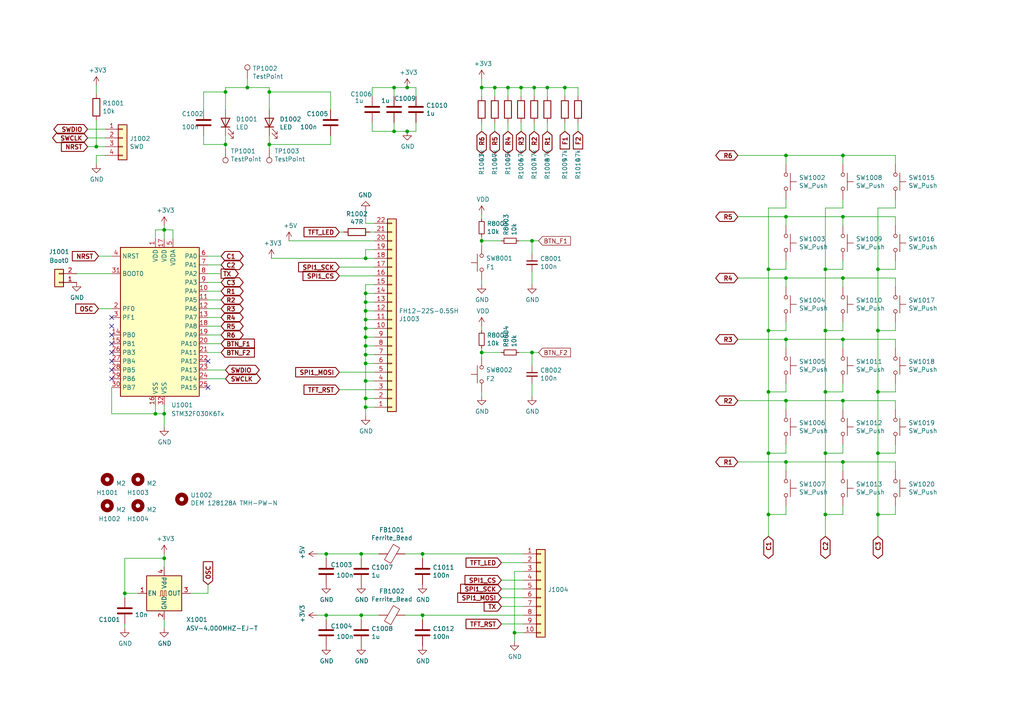
<source format=kicad_sch>
(kicad_sch (version 20211123) (generator eeschema)
  (paper "A4")
  (junction (at 158.75 25.4))
  (junction (at 94.615 160.655))
  (junction (at 47.625 66.675))
  (junction (at 244.475 133.985))
  (junction (at 47.625 120.015))
  (junction (at 65.405 41.91))
  (junction (at 244.475 80.645))
  (junction (at 222.885 131.445))
  (junction (at 239.395 113.665))
  (junction (at 106.045 92.71))
  (junction (at 118.11 25.4))
  (junction (at 106.045 102.87))
  (junction (at 104.775 160.655))
  (junction (at 94.615 178.435))
  (junction (at 254.635 78.105))
  (junction (at 27.94 42.545))
  (junction (at 254.635 95.885))
  (junction (at 106.045 110.49))
  (junction (at 106.045 87.63))
  (junction (at 239.395 78.105))
  (junction (at 151.13 25.4))
  (junction (at 227.965 80.645))
  (junction (at 163.83 25.4))
  (junction (at 227.965 116.205))
  (junction (at 227.965 98.425))
  (junction (at 106.045 95.25))
  (junction (at 149.225 183.515))
  (junction (at 239.395 95.885))
  (junction (at 222.885 149.225))
  (junction (at 254.635 113.665))
  (junction (at 65.405 26.67))
  (junction (at 244.475 62.865))
  (junction (at 78.105 41.91))
  (junction (at 122.555 178.435))
  (junction (at 114.3 38.1))
  (junction (at 139.7 69.85))
  (junction (at 254.635 149.225))
  (junction (at 143.51 25.4))
  (junction (at 122.555 160.655))
  (junction (at 147.32 25.4))
  (junction (at 78.105 26.67))
  (junction (at 244.475 45.085))
  (junction (at 118.11 38.1))
  (junction (at 47.625 161.925))
  (junction (at 104.775 178.435))
  (junction (at 45.085 120.015))
  (junction (at 106.045 105.41))
  (junction (at 139.7 25.4))
  (junction (at 227.965 133.985))
  (junction (at 254.635 131.445))
  (junction (at 222.885 78.105))
  (junction (at 36.195 172.085))
  (junction (at 154.305 69.85))
  (junction (at 154.94 25.4))
  (junction (at 139.7 102.235))
  (junction (at 106.045 97.79))
  (junction (at 227.965 45.085))
  (junction (at 106.045 85.09))
  (junction (at 106.045 118.11))
  (junction (at 106.045 90.17))
  (junction (at 244.475 116.205))
  (junction (at 239.395 149.225))
  (junction (at 244.475 98.425))
  (junction (at 114.3 25.4))
  (junction (at 239.395 131.445))
  (junction (at 106.045 74.93))
  (junction (at 227.965 62.865))
  (junction (at 106.045 115.57))
  (junction (at 222.885 95.885))
  (junction (at 222.885 113.665))
  (junction (at 71.755 25.4))
  (junction (at 106.045 100.33))
  (junction (at 154.305 102.235))
  (no_connect (at 60.325 104.775))
  (no_connect (at 32.385 107.315))
  (no_connect (at 32.385 94.615))
  (no_connect (at 60.325 112.395))
  (no_connect (at 32.385 102.235))
  (no_connect (at 32.385 99.695))
  (no_connect (at 32.385 104.775))
  (no_connect (at 32.385 109.855))
  (no_connect (at 32.385 92.075))
  (no_connect (at 32.385 97.155))
  (wire (pts (xy 60.325 74.295) (xy 64.135 74.295)))
  (wire (pts (xy 106.045 90.17) (xy 106.045 92.71)))
  (wire (pts (xy 94.615 160.655) (xy 92.075 160.655)))
  (wire (pts (xy 239.395 95.885) (xy 244.475 95.885)))
  (wire (pts (xy 107.95 38.1) (xy 114.3 38.1)))
  (wire (pts (xy 64.135 99.695) (xy 60.325 99.695)))
  (wire (pts (xy 60.325 92.075) (xy 64.135 92.075)))
  (wire (pts (xy 104.775 160.655) (xy 109.855 160.655)))
  (wire (pts (xy 108.585 87.63) (xy 106.045 87.63)))
  (wire (pts (xy 106.045 118.11) (xy 106.045 120.65)))
  (wire (pts (xy 222.885 78.105) (xy 227.965 78.105)))
  (wire (pts (xy 118.11 25.4) (xy 114.3 25.4)))
  (wire (pts (xy 154.305 102.235) (xy 154.305 106.045)))
  (wire (pts (xy 244.475 128.905) (xy 244.475 131.445)))
  (wire (pts (xy 244.475 133.985) (xy 227.965 133.985)))
  (wire (pts (xy 106.045 97.79) (xy 106.045 100.33)))
  (wire (pts (xy 147.32 25.4) (xy 143.51 25.4)))
  (wire (pts (xy 149.225 165.735) (xy 149.225 183.515)))
  (wire (pts (xy 244.475 118.745) (xy 244.475 116.205)))
  (wire (pts (xy 149.225 183.515) (xy 149.225 186.055)))
  (wire (pts (xy 106.045 100.33) (xy 106.045 102.87)))
  (wire (pts (xy 145.415 163.195) (xy 151.765 163.195)))
  (wire (pts (xy 158.75 25.4) (xy 154.94 25.4)))
  (wire (pts (xy 259.715 95.885) (xy 259.715 93.345)))
  (wire (pts (xy 259.715 78.105) (xy 259.715 75.565)))
  (wire (pts (xy 78.105 31.75) (xy 78.105 26.67)))
  (wire (pts (xy 222.885 60.325) (xy 222.885 78.105)))
  (wire (pts (xy 244.475 98.425) (xy 227.965 98.425)))
  (wire (pts (xy 151.765 183.515) (xy 149.225 183.515)))
  (wire (pts (xy 106.045 87.63) (xy 106.045 85.09)))
  (wire (pts (xy 244.475 111.125) (xy 244.475 113.665)))
  (wire (pts (xy 78.105 25.4) (xy 71.755 25.4)))
  (wire (pts (xy 154.305 111.125) (xy 154.305 114.935)))
  (wire (pts (xy 239.395 78.105) (xy 239.395 60.325)))
  (wire (pts (xy 244.475 83.185) (xy 244.475 80.645)))
  (wire (pts (xy 40.005 172.085) (xy 36.195 172.085)))
  (wire (pts (xy 118.11 38.1) (xy 120.65 38.1)))
  (wire (pts (xy 104.775 178.435) (xy 104.775 179.705)))
  (wire (pts (xy 154.305 69.85) (xy 154.305 73.66)))
  (wire (pts (xy 154.94 25.4) (xy 154.94 27.94)))
  (wire (pts (xy 239.395 131.445) (xy 239.395 113.665)))
  (wire (pts (xy 120.65 25.4) (xy 118.11 25.4)))
  (wire (pts (xy 106.045 85.09) (xy 108.585 85.09)))
  (wire (pts (xy 151.13 35.56) (xy 151.13 38.1)))
  (wire (pts (xy 83.82 69.85) (xy 108.585 69.85)))
  (wire (pts (xy 259.715 60.325) (xy 259.715 57.785)))
  (wire (pts (xy 222.885 95.885) (xy 227.965 95.885)))
  (wire (pts (xy 117.475 160.655) (xy 122.555 160.655)))
  (wire (pts (xy 163.83 35.56) (xy 163.83 38.1)))
  (wire (pts (xy 108.585 82.55) (xy 106.045 82.55)))
  (wire (pts (xy 139.7 94.615) (xy 139.7 95.885)))
  (wire (pts (xy 60.325 79.375) (xy 64.135 79.375)))
  (wire (pts (xy 106.045 115.57) (xy 108.585 115.57)))
  (wire (pts (xy 259.715 83.185) (xy 259.715 80.645)))
  (wire (pts (xy 95.885 26.67) (xy 78.105 26.67)))
  (wire (pts (xy 32.385 74.295) (xy 28.575 74.295)))
  (wire (pts (xy 222.885 149.225) (xy 227.965 149.225)))
  (wire (pts (xy 108.585 107.95) (xy 98.425 107.95)))
  (wire (pts (xy 32.385 112.395) (xy 32.385 120.015)))
  (wire (pts (xy 154.305 69.85) (xy 156.21 69.85)))
  (wire (pts (xy 259.715 100.965) (xy 259.715 98.425)))
  (wire (pts (xy 150.495 102.235) (xy 154.305 102.235)))
  (wire (pts (xy 45.085 120.015) (xy 47.625 120.015)))
  (wire (pts (xy 50.165 66.675) (xy 47.625 66.675)))
  (wire (pts (xy 143.51 35.56) (xy 143.51 38.1)))
  (wire (pts (xy 163.83 25.4) (xy 163.83 27.94)))
  (wire (pts (xy 227.965 83.185) (xy 227.965 80.645)))
  (wire (pts (xy 114.3 25.4) (xy 114.3 27.94)))
  (wire (pts (xy 59.055 26.67) (xy 65.405 26.67)))
  (wire (pts (xy 108.585 74.93) (xy 106.045 74.93)))
  (wire (pts (xy 36.195 172.085) (xy 36.195 173.355)))
  (wire (pts (xy 244.475 57.785) (xy 244.475 60.325)))
  (wire (pts (xy 244.475 93.345) (xy 244.475 95.885)))
  (wire (pts (xy 227.965 80.645) (xy 213.995 80.645)))
  (wire (pts (xy 108.585 110.49) (xy 106.045 110.49)))
  (wire (pts (xy 106.045 90.17) (xy 108.585 90.17)))
  (wire (pts (xy 139.7 113.665) (xy 139.7 114.935)))
  (wire (pts (xy 60.325 76.835) (xy 64.135 76.835)))
  (wire (pts (xy 259.715 116.205) (xy 244.475 116.205)))
  (wire (pts (xy 259.715 131.445) (xy 259.715 128.905)))
  (wire (pts (xy 254.635 131.445) (xy 259.715 131.445)))
  (wire (pts (xy 120.65 38.1) (xy 120.65 35.56)))
  (wire (pts (xy 143.51 25.4) (xy 143.51 27.94)))
  (wire (pts (xy 150.495 69.85) (xy 154.305 69.85)))
  (wire (pts (xy 259.715 118.745) (xy 259.715 116.205)))
  (wire (pts (xy 254.635 95.885) (xy 254.635 78.105)))
  (wire (pts (xy 47.625 161.925) (xy 36.195 161.925)))
  (wire (pts (xy 244.475 146.685) (xy 244.475 149.225)))
  (wire (pts (xy 139.7 69.85) (xy 139.7 71.12)))
  (wire (pts (xy 139.7 38.1) (xy 139.7 35.56)))
  (wire (pts (xy 65.405 43.18) (xy 65.405 41.91)))
  (wire (pts (xy 222.885 95.885) (xy 222.885 113.665)))
  (wire (pts (xy 227.965 100.965) (xy 227.965 98.425)))
  (wire (pts (xy 158.75 35.56) (xy 158.75 38.1)))
  (wire (pts (xy 254.635 149.225) (xy 254.635 155.575)))
  (wire (pts (xy 60.325 107.315) (xy 65.405 107.315)))
  (wire (pts (xy 106.045 102.87) (xy 106.045 105.41)))
  (wire (pts (xy 227.965 57.785) (xy 227.965 60.325)))
  (wire (pts (xy 106.045 82.55) (xy 106.045 85.09)))
  (wire (pts (xy 78.105 41.91) (xy 78.105 39.37)))
  (wire (pts (xy 106.045 95.25) (xy 106.045 97.79)))
  (wire (pts (xy 244.475 133.985) (xy 244.475 136.525)))
  (wire (pts (xy 27.94 34.925) (xy 27.94 42.545)))
  (wire (pts (xy 108.585 77.47) (xy 98.425 77.47)))
  (wire (pts (xy 27.94 45.085) (xy 27.94 47.625)))
  (wire (pts (xy 139.7 69.85) (xy 145.415 69.85)))
  (wire (pts (xy 60.325 81.915) (xy 64.135 81.915)))
  (wire (pts (xy 259.715 80.645) (xy 244.475 80.645)))
  (wire (pts (xy 47.625 120.015) (xy 47.625 123.825)))
  (wire (pts (xy 227.965 131.445) (xy 227.965 128.905)))
  (wire (pts (xy 259.715 62.865) (xy 244.475 62.865)))
  (wire (pts (xy 167.64 25.4) (xy 167.64 27.94)))
  (wire (pts (xy 50.165 69.215) (xy 50.165 66.675)))
  (wire (pts (xy 107.95 25.4) (xy 107.95 27.94)))
  (wire (pts (xy 94.615 178.435) (xy 104.775 178.435)))
  (wire (pts (xy 259.715 149.225) (xy 254.635 149.225)))
  (wire (pts (xy 106.045 60.96) (xy 106.045 64.77)))
  (wire (pts (xy 30.48 45.085) (xy 27.94 45.085)))
  (wire (pts (xy 55.245 172.085) (xy 60.325 172.085)))
  (wire (pts (xy 145.415 168.275) (xy 151.765 168.275)))
  (wire (pts (xy 227.965 149.225) (xy 227.965 146.685)))
  (wire (pts (xy 106.045 100.33) (xy 108.585 100.33)))
  (wire (pts (xy 45.085 66.675) (xy 47.625 66.675)))
  (wire (pts (xy 107.315 67.31) (xy 108.585 67.31)))
  (wire (pts (xy 59.055 41.91) (xy 65.405 41.91)))
  (wire (pts (xy 254.635 149.225) (xy 254.635 131.445)))
  (wire (pts (xy 244.475 75.565) (xy 244.475 78.105)))
  (wire (pts (xy 244.475 100.965) (xy 244.475 98.425)))
  (wire (pts (xy 95.885 41.91) (xy 78.105 41.91)))
  (wire (pts (xy 60.325 109.855) (xy 65.405 109.855)))
  (wire (pts (xy 36.195 161.925) (xy 36.195 172.085)))
  (wire (pts (xy 99.695 67.31) (xy 98.425 67.31)))
  (wire (pts (xy 259.715 113.665) (xy 259.715 111.125)))
  (wire (pts (xy 106.045 105.41) (xy 108.585 105.41)))
  (wire (pts (xy 60.325 89.535) (xy 64.135 89.535)))
  (wire (pts (xy 60.325 84.455) (xy 64.135 84.455)))
  (wire (pts (xy 108.585 72.39) (xy 106.045 72.39)))
  (wire (pts (xy 106.045 95.25) (xy 108.585 95.25)))
  (wire (pts (xy 244.475 47.625) (xy 244.475 45.085)))
  (wire (pts (xy 239.395 95.885) (xy 239.395 78.105)))
  (wire (pts (xy 59.055 39.37) (xy 59.055 41.91)))
  (wire (pts (xy 45.085 69.215) (xy 45.085 66.675)))
  (wire (pts (xy 239.395 60.325) (xy 244.475 60.325)))
  (wire (pts (xy 227.965 116.205) (xy 213.995 116.205)))
  (wire (pts (xy 254.635 95.885) (xy 259.715 95.885)))
  (wire (pts (xy 145.415 175.895) (xy 151.765 175.895)))
  (wire (pts (xy 145.415 180.975) (xy 151.765 180.975)))
  (wire (pts (xy 151.13 25.4) (xy 151.13 27.94)))
  (wire (pts (xy 47.625 66.675) (xy 47.625 69.215)))
  (wire (pts (xy 227.965 113.665) (xy 227.965 111.125)))
  (wire (pts (xy 78.74 74.93) (xy 106.045 74.93)))
  (wire (pts (xy 95.885 31.75) (xy 95.885 26.67)))
  (wire (pts (xy 147.32 38.1) (xy 147.32 35.56)))
  (wire (pts (xy 106.045 92.71) (xy 108.585 92.71)))
  (wire (pts (xy 78.105 43.18) (xy 78.105 41.91)))
  (wire (pts (xy 47.625 117.475) (xy 47.625 120.015)))
  (wire (pts (xy 222.885 113.665) (xy 222.885 131.445)))
  (wire (pts (xy 114.3 35.56) (xy 114.3 38.1)))
  (wire (pts (xy 139.7 27.94) (xy 139.7 25.4)))
  (wire (pts (xy 259.715 136.525) (xy 259.715 133.985)))
  (wire (pts (xy 47.625 65.405) (xy 47.625 66.675)))
  (wire (pts (xy 30.48 42.545) (xy 27.94 42.545)))
  (wire (pts (xy 47.625 161.925) (xy 47.625 164.465)))
  (wire (pts (xy 158.75 27.94) (xy 158.75 25.4)))
  (wire (pts (xy 30.48 37.465) (xy 25.4 37.465)))
  (wire (pts (xy 120.65 27.94) (xy 120.65 25.4)))
  (wire (pts (xy 143.51 25.4) (xy 139.7 25.4)))
  (wire (pts (xy 259.715 133.985) (xy 244.475 133.985)))
  (wire (pts (xy 114.3 38.1) (xy 118.11 38.1)))
  (wire (pts (xy 108.585 113.03) (xy 98.425 113.03)))
  (wire (pts (xy 259.715 146.685) (xy 259.715 149.225)))
  (wire (pts (xy 222.885 131.445) (xy 227.965 131.445)))
  (wire (pts (xy 60.325 97.155) (xy 64.135 97.155)))
  (wire (pts (xy 104.775 160.655) (xy 104.775 161.925)))
  (wire (pts (xy 122.555 160.655) (xy 151.765 160.655)))
  (wire (pts (xy 106.045 118.11) (xy 108.585 118.11)))
  (wire (pts (xy 30.48 40.005) (xy 25.4 40.005)))
  (wire (pts (xy 122.555 161.925) (xy 122.555 160.655)))
  (wire (pts (xy 104.775 178.435) (xy 109.855 178.435)))
  (wire (pts (xy 94.615 160.655) (xy 104.775 160.655)))
  (wire (pts (xy 95.885 39.37) (xy 95.885 41.91)))
  (wire (pts (xy 78.105 26.67) (xy 78.105 25.4)))
  (wire (pts (xy 154.305 78.74) (xy 154.305 82.55)))
  (wire (pts (xy 227.965 62.865) (xy 213.995 62.865)))
  (wire (pts (xy 244.475 149.225) (xy 239.395 149.225)))
  (wire (pts (xy 154.305 102.235) (xy 156.21 102.235)))
  (wire (pts (xy 222.885 131.445) (xy 222.885 149.225)))
  (wire (pts (xy 149.225 165.735) (xy 151.765 165.735)))
  (wire (pts (xy 222.885 60.325) (xy 227.965 60.325)))
  (wire (pts (xy 60.325 172.085) (xy 60.325 169.545)))
  (wire (pts (xy 94.615 161.925) (xy 94.615 160.655)))
  (wire (pts (xy 222.885 113.665) (xy 227.965 113.665)))
  (wire (pts (xy 145.415 170.815) (xy 151.765 170.815)))
  (wire (pts (xy 154.94 25.4) (xy 151.13 25.4)))
  (wire (pts (xy 145.415 173.355) (xy 151.765 173.355)))
  (wire (pts (xy 27.94 24.765) (xy 27.94 27.305)))
  (wire (pts (xy 106.045 102.87) (xy 108.585 102.87)))
  (wire (pts (xy 259.715 65.405) (xy 259.715 62.865)))
  (wire (pts (xy 259.715 98.425) (xy 244.475 98.425)))
  (wire (pts (xy 106.045 92.71) (xy 106.045 95.25)))
  (wire (pts (xy 254.635 78.105) (xy 259.715 78.105)))
  (wire (pts (xy 32.385 89.535) (xy 28.575 89.535)))
  (wire (pts (xy 22.225 79.375) (xy 32.385 79.375)))
  (wire (pts (xy 114.3 25.4) (xy 107.95 25.4)))
  (wire (pts (xy 139.7 68.58) (xy 139.7 69.85)))
  (wire (pts (xy 244.475 113.665) (xy 239.395 113.665)))
  (wire (pts (xy 254.635 113.665) (xy 259.715 113.665)))
  (wire (pts (xy 244.475 65.405) (xy 244.475 62.865)))
  (wire (pts (xy 227.965 93.345) (xy 227.965 95.885)))
  (wire (pts (xy 32.385 120.015) (xy 45.085 120.015)))
  (wire (pts (xy 60.325 86.995) (xy 64.135 86.995)))
  (wire (pts (xy 60.325 94.615) (xy 64.135 94.615)))
  (wire (pts (xy 254.635 60.325) (xy 259.715 60.325)))
  (wire (pts (xy 65.405 26.67) (xy 65.405 31.75)))
  (wire (pts (xy 158.75 25.4) (xy 163.83 25.4)))
  (wire (pts (xy 227.965 133.985) (xy 227.965 136.525)))
  (wire (pts (xy 244.475 78.105) (xy 239.395 78.105)))
  (wire (pts (xy 227.965 65.405) (xy 227.965 62.865)))
  (wire (pts (xy 227.965 118.745) (xy 227.965 116.205)))
  (wire (pts (xy 108.585 64.77) (xy 106.045 64.77)))
  (wire (pts (xy 239.395 113.665) (xy 239.395 95.885)))
  (wire (pts (xy 106.045 87.63) (xy 106.045 90.17)))
  (wire (pts (xy 45.085 117.475) (xy 45.085 120.015)))
  (wire (pts (xy 64.135 102.235) (xy 60.325 102.235)))
  (wire (pts (xy 244.475 131.445) (xy 239.395 131.445)))
  (wire (pts (xy 254.635 113.665) (xy 254.635 95.885)))
  (wire (pts (xy 94.615 178.435) (xy 92.075 178.435)))
  (wire (pts (xy 244.475 45.085) (xy 227.965 45.085)))
  (wire (pts (xy 259.715 47.625) (xy 259.715 45.085)))
  (wire (pts (xy 36.195 180.975) (xy 36.195 182.245)))
  (wire (pts (xy 222.885 78.105) (xy 222.885 95.885)))
  (wire (pts (xy 107.95 35.56) (xy 107.95 38.1)))
  (wire (pts (xy 65.405 41.91) (xy 65.405 39.37)))
  (wire (pts (xy 106.045 74.93) (xy 106.045 72.39)))
  (wire (pts (xy 213.995 133.985) (xy 227.965 133.985)))
  (wire (pts (xy 227.965 78.105) (xy 227.965 75.565)))
  (wire (pts (xy 65.405 25.4) (xy 65.405 26.67)))
  (wire (pts (xy 106.045 115.57) (xy 106.045 118.11)))
  (wire (pts (xy 163.83 25.4) (xy 167.64 25.4)))
  (wire (pts (xy 71.755 25.4) (xy 65.405 25.4)))
  (wire (pts (xy 47.625 160.655) (xy 47.625 161.925)))
  (wire (pts (xy 139.7 25.4) (xy 139.7 22.86)))
  (wire (pts (xy 139.7 81.28) (xy 139.7 82.55)))
  (wire (pts (xy 139.7 102.235) (xy 145.415 102.235)))
  (wire (pts (xy 239.395 149.225) (xy 239.395 155.575)))
  (wire (pts (xy 227.965 98.425) (xy 213.995 98.425)))
  (wire (pts (xy 259.715 45.085) (xy 244.475 45.085)))
  (wire (pts (xy 154.94 38.1) (xy 154.94 35.56)))
  (wire (pts (xy 227.965 45.085) (xy 213.995 45.085)))
  (wire (pts (xy 167.64 38.1) (xy 167.64 35.56)))
  (wire (pts (xy 239.395 149.225) (xy 239.395 131.445)))
  (wire (pts (xy 254.635 78.105) (xy 254.635 60.325)))
  (wire (pts (xy 244.475 116.205) (xy 227.965 116.205)))
  (wire (pts (xy 254.635 131.445) (xy 254.635 113.665)))
  (wire (pts (xy 108.585 80.01) (xy 98.425 80.01)))
  (wire (pts (xy 106.045 110.49) (xy 106.045 115.57)))
  (wire (pts (xy 147.32 25.4) (xy 147.32 27.94)))
  (wire (pts (xy 151.13 25.4) (xy 147.32 25.4)))
  (wire (pts (xy 139.7 62.23) (xy 139.7 63.5)))
  (wire (pts (xy 27.94 42.545) (xy 25.4 42.545)))
  (wire (pts (xy 94.615 179.705) (xy 94.615 178.435)))
  (wire (pts (xy 244.475 62.865) (xy 227.965 62.865)))
  (wire (pts (xy 122.555 179.705) (xy 122.555 178.435)))
  (wire (pts (xy 47.625 179.705) (xy 47.625 182.245)))
  (wire (pts (xy 244.475 80.645) (xy 227.965 80.645)))
  (wire (pts (xy 139.7 102.235) (xy 139.7 103.505)))
  (wire (pts (xy 227.965 47.625) (xy 227.965 45.085)))
  (wire (pts (xy 71.755 22.86) (xy 71.755 25.4)))
  (wire (pts (xy 59.055 26.67) (xy 59.055 31.75)))
  (wire (pts (xy 106.045 105.41) (xy 106.045 110.49)))
  (wire (pts (xy 106.045 97.79) (xy 108.585 97.79)))
  (wire (pts (xy 117.475 178.435) (xy 122.555 178.435)))
  (wire (pts (xy 222.885 149.225) (xy 222.885 155.575)))
  (wire (pts (xy 122.555 178.435) (xy 151.765 178.435)))
  (wire (pts (xy 139.7 100.965) (xy 139.7 102.235)))
  (global_label "BTN_F1" (shape input) (at 64.135 99.695 0) (effects (font (thickness 0.254) bold)) (property "Intersheet References" "${INTERSHEET_REFS}" (effects hide)))
  (global_label "R4" (shape bidirectional) (at 147.32 38.1 270) (effects (font (thickness 0.254) bold)) (property "Intersheet References" "${INTERSHEET_REFS}" (effects hide)))
  (global_label "TFT_LED" (shape input) (at 145.415 163.195 180) (effects (font (thickness 0.254) bold)) (property "Intersheet References" "${INTERSHEET_REFS}" (effects hide)))
  (global_label "R4" (shape bidirectional) (at 64.135 92.075 0) (effects (font (thickness 0.254) bold)) (property "Intersheet References" "${INTERSHEET_REFS}" (effects hide)))
  (global_label "SPI1_SCK" (shape input) (at 145.415 170.815 180) (effects (font (thickness 0.254) bold)) (property "Intersheet References" "${INTERSHEET_REFS}" (effects hide)))
  (global_label "SWCLK" (shape bidirectional) (at 25.4 40.005 180) (effects (font (thickness 0.254) bold)) (property "Intersheet References" "${INTERSHEET_REFS}" (effects hide)))
  (global_label "R2" (shape bidirectional) (at 64.135 86.995 0) (effects (font (thickness 0.254) bold)) (property "Intersheet References" "${INTERSHEET_REFS}" (effects hide)))
  (global_label "R6" (shape bidirectional) (at 213.995 45.085 180) (effects (font (thickness 0.254) bold)) (property "Intersheet References" "${INTERSHEET_REFS}" (effects hide)))
  (global_label "TFT_RST" (shape input) (at 98.425 113.03 180) (effects (font (thickness 0.254) bold)) (property "Intersheet References" "${INTERSHEET_REFS}" (effects hide)))
  (global_label "C3" (shape bidirectional) (at 64.135 81.915 0) (effects (font (thickness 0.254) bold)) (property "Intersheet References" "${INTERSHEET_REFS}" (effects hide)))
  (global_label "SWDIO" (shape bidirectional) (at 65.405 107.315 0) (effects (font (thickness 0.254) bold)) (property "Intersheet References" "${INTERSHEET_REFS}" (effects hide)))
  (global_label "OSC" (shape input) (at 28.575 89.535 180) (effects (font (thickness 0.254) bold)) (property "Intersheet References" "${INTERSHEET_REFS}" (effects hide)))
  (global_label "BTN_F1" (shape input) (at 156.21 69.85 0) (property "Intersheet References" "${INTERSHEET_REFS}" (effects hide)))
  (global_label "BTN_F2" (shape input) (at 156.21 102.235 0) (property "Intersheet References" "${INTERSHEET_REFS}" (effects hide)))
  (global_label "F1" (shape input) (at 163.83 38.1 270) (effects (font (thickness 0.254) bold)) (property "Intersheet References" "${INTERSHEET_REFS}" (effects hide)))
  (global_label "C3" (shape bidirectional) (at 254.635 155.575 270) (effects (font (thickness 0.254) bold)) (property "Intersheet References" "${INTERSHEET_REFS}" (effects hide)))
  (global_label "R5" (shape bidirectional) (at 64.135 94.615 0) (effects (font (thickness 0.254) bold)) (property "Intersheet References" "${INTERSHEET_REFS}" (effects hide)))
  (global_label "R3" (shape bidirectional) (at 64.135 89.535 0) (effects (font (thickness 0.254) bold)) (property "Intersheet References" "${INTERSHEET_REFS}" (effects hide)))
  (global_label "R2" (shape bidirectional) (at 213.995 116.205 180) (effects (font (thickness 0.254) bold)) (property "Intersheet References" "${INTERSHEET_REFS}" (effects hide)))
  (global_label "R5" (shape bidirectional) (at 143.51 38.1 270) (effects (font (thickness 0.254) bold)) (property "Intersheet References" "${INTERSHEET_REFS}" (effects hide)))
  (global_label "BTN_F2" (shape input) (at 64.135 102.235 0) (effects (font (thickness 0.254) bold)) (property "Intersheet References" "${INTERSHEET_REFS}" (effects hide)))
  (global_label "R3" (shape bidirectional) (at 151.13 38.1 270) (effects (font (thickness 0.254) bold)) (property "Intersheet References" "${INTERSHEET_REFS}" (effects hide)))
  (global_label "NRST" (shape input) (at 28.575 74.295 180) (effects (font (thickness 0.254) bold)) (property "Intersheet References" "${INTERSHEET_REFS}" (effects hide)))
  (global_label "TFT_LED" (shape input) (at 98.425 67.31 180) (effects (font (thickness 0.254) bold)) (property "Intersheet References" "${INTERSHEET_REFS}" (effects hide)))
  (global_label "OSC" (shape input) (at 60.325 169.545 90) (effects (font (thickness 0.254) bold)) (property "Intersheet References" "${INTERSHEET_REFS}" (effects hide)))
  (global_label "R1" (shape bidirectional) (at 64.135 84.455 0) (effects (font (thickness 0.254) bold)) (property "Intersheet References" "${INTERSHEET_REFS}" (effects hide)))
  (global_label "C2" (shape bidirectional) (at 64.135 76.835 0) (effects (font (thickness 0.254) bold)) (property "Intersheet References" "${INTERSHEET_REFS}" (effects hide)))
  (global_label "R5" (shape bidirectional) (at 213.995 62.865 180) (effects (font (thickness 0.254) bold)) (property "Intersheet References" "${INTERSHEET_REFS}" (effects hide)))
  (global_label "NRST" (shape input) (at 25.4 42.545 180) (effects (font (thickness 0.254) bold)) (property "Intersheet References" "${INTERSHEET_REFS}" (effects hide)))
  (global_label "SPI1_MOSI" (shape input) (at 98.425 107.95 180) (effects (font (thickness 0.254) bold)) (property "Intersheet References" "${INTERSHEET_REFS}" (effects hide)))
  (global_label "SWDIO" (shape bidirectional) (at 25.4 37.465 180) (effects (font (thickness 0.254) bold)) (property "Intersheet References" "${INTERSHEET_REFS}" (effects hide)))
  (global_label "C2" (shape bidirectional) (at 239.395 155.575 270) (effects (font (thickness 0.254) bold)) (property "Intersheet References" "${INTERSHEET_REFS}" (effects hide)))
  (global_label "SPI1_MOSI" (shape input) (at 145.415 173.355 180) (effects (font (thickness 0.254) bold)) (property "Intersheet References" "${INTERSHEET_REFS}" (effects hide)))
  (global_label "C1" (shape bidirectional) (at 222.885 155.575 270) (effects (font (thickness 0.254) bold)) (property "Intersheet References" "${INTERSHEET_REFS}" (effects hide)))
  (global_label "TX" (shape output) (at 64.135 79.375 0) (effects (font (thickness 0.254) bold)) (property "Intersheet References" "${INTERSHEET_REFS}" (effects hide)))
  (global_label "C1" (shape bidirectional) (at 64.135 74.295 0) (effects (font (thickness 0.254) bold)) (property "Intersheet References" "${INTERSHEET_REFS}" (effects hide)))
  (global_label "TFT_RST" (shape input) (at 145.415 180.975 180) (effects (font (thickness 0.254) bold)) (property "Intersheet References" "${INTERSHEET_REFS}" (effects hide)))
  (global_label "SWCLK" (shape bidirectional) (at 65.405 109.855 0) (effects (font (thickness 0.254) bold)) (property "Intersheet References" "${INTERSHEET_REFS}" (effects hide)))
  (global_label "F2" (shape input) (at 167.64 38.1 270) (effects (font (thickness 0.254) bold)) (property "Intersheet References" "${INTERSHEET_REFS}" (effects hide)))
  (global_label "R1" (shape bidirectional) (at 213.995 133.985 180) (effects (font (thickness 0.254) bold)) (property "Intersheet References" "${INTERSHEET_REFS}" (effects hide)))
  (global_label "R6" (shape bidirectional) (at 139.7 38.1 270) (effects (font (thickness 0.254) bold)) (property "Intersheet References" "${INTERSHEET_REFS}" (effects hide)))
  (global_label "SPI1_SCK" (shape input) (at 98.425 77.47 180) (effects (font (thickness 0.254) bold)) (property "Intersheet References" "${INTERSHEET_REFS}" (effects hide)))
  (global_label "R6" (shape bidirectional) (at 64.135 97.155 0) (effects (font (thickness 0.254) bold)) (property "Intersheet References" "${INTERSHEET_REFS}" (effects hide)))
  (global_label "R4" (shape bidirectional) (at 213.995 80.645 180) (effects (font (thickness 0.254) bold)) (property "Intersheet References" "${INTERSHEET_REFS}" (effects hide)))
  (global_label "TX" (shape input) (at 145.415 175.895 180) (effects (font (thickness 0.254) bold)) (property "Intersheet References" "${INTERSHEET_REFS}" (effects hide)))
  (global_label "R1" (shape bidirectional) (at 158.75 38.1 270) (effects (font (thickness 0.254) bold)) (property "Intersheet References" "${INTERSHEET_REFS}" (effects hide)))
  (global_label "R3" (shape bidirectional) (at 213.995 98.425 180) (effects (font (thickness 0.254) bold)) (property "Intersheet References" "${INTERSHEET_REFS}" (effects hide)))
  (global_label "R2" (shape bidirectional) (at 154.94 38.1 270) (effects (font (thickness 0.254) bold)) (property "Intersheet References" "${INTERSHEET_REFS}" (effects hide)))
  (global_label "SPI1_CS" (shape input) (at 145.415 168.275 180) (effects (font (thickness 0.254) bold)) (property "Intersheet References" "${INTERSHEET_REFS}" (effects hide)))
  (global_label "SPI1_CS" (shape input) (at 98.425 80.01 180) (effects (font (thickness 0.254) bold)) (property "Intersheet References" "${INTERSHEET_REFS}" (effects hide)))
  (symbol (lib_id "Device:Ferrite_Bead") (at 113.665 160.655 270) (unit 1)
    (property "Reference" "FB1001" (at 113.665 153.6954 90))
    (property "Value" "Ferrite_Bead" (at 113.665 156.0068 90))
    (property "Footprint" "Inductor_SMD:L_0603_1608Metric" (effects hide))
  )
  (symbol (lib_id "power:+3.3V") (at 139.7 22.86 0) (unit 1)
    (property "Reference" "#PWR01024" (effects hide))
    (property "Value" "+3.3V" (at 140.081 18.4658 0))
  )
  (symbol (lib_id "Switch:SW_Push") (at 227.965 123.825 270) (unit 1)
    (property "Reference" "SW1006" (at 231.7242 122.6566 90) (effects (justify left)))
    (property "Value" "SW_Push" (at 231.7242 124.968 90) (effects (justify left)))
    (property "Footprint" "Button_Switch_SMD:SW_Push_1P1T_NO_CK_KMR2" (effects hide))
  )
  (symbol (lib_id "Device:R") (at 143.51 31.75 0) (unit 1)
    (property "Reference" "R1004" (at 143.51 50.8 90) (effects (justify left)))
    (property "Value" "47k" (at 143.51 46.99 90) (effects (justify left)))
    (property "Footprint" "Resistor_SMD:R_0603_1608Metric" (effects hide))
  )
  (symbol (lib_id "Connector:TestPoint") (at 71.755 22.86 0) (unit 1)
    (property "Reference" "TP1002" (at 73.2282 19.8628 0) (effects (justify left)))
    (property "Value" "TestPoint" (at 73.2282 22.1742 0) (effects (justify left)))
    (property "Footprint" "TestPoint:TestPoint_Pad_2.0x2.0mm" (effects hide))
  )
  (symbol (lib_id "power:GND") (at 122.555 169.545 0) (unit 1)
    (property "Reference" "#PWR01017" (effects hide))
    (property "Value" "GND" (at 122.682 173.9392 0))
  )
  (symbol (lib_id "Connector:TestPoint") (at 78.105 43.18 180) (unit 1)
    (property "Reference" "TP1003" (at 79.5782 43.8404 0) (effects (justify right)))
    (property "Value" "TestPoint" (at 79.5782 46.1518 0) (effects (justify right)))
    (property "Footprint" "TestPoint:TestPoint_Pad_2.0x2.0mm" (effects hide))
  )
  (symbol (lib_id "pkl_device:pkl_R_Small") (at 139.7 66.04 0) (unit 1)
    (property "Reference" "R8001" (at 141.1986 64.8716 0) (effects (justify left)))
    (property "Value" "10k" (at 141.1986 67.183 0) (effects (justify left)))
    (property "Footprint" "Resistor_SMD:R_0402_1005Metric" (effects hide))
  )
  (symbol (lib_id "Switch:SW_Push") (at 244.475 106.045 270) (unit 1)
    (property "Reference" "SW1011" (at 248.2342 104.8766 90) (effects (justify left)))
    (property "Value" "SW_Push" (at 248.2342 107.188 90) (effects (justify left)))
    (property "Footprint" "Button_Switch_SMD:SW_Push_1P1T_NO_CK_KMR2" (effects hide))
  )
  (symbol (lib_id "Switch:SW_Push") (at 244.475 123.825 270) (unit 1)
    (property "Reference" "SW1012" (at 248.2342 122.6566 90) (effects (justify left)))
    (property "Value" "SW_Push" (at 248.2342 124.968 90) (effects (justify left)))
    (property "Footprint" "Button_Switch_SMD:SW_Push_1P1T_NO_CK_KMR2" (effects hide))
  )
  (symbol (lib_id "power:+3.3V") (at 27.94 24.765 0) (unit 1)
    (property "Reference" "#PWR01015" (effects hide))
    (property "Value" "+3.3V" (at 28.321 20.3708 0))
  )
  (symbol (lib_id "power:GND") (at 118.11 38.1 0) (unit 1)
    (property "Reference" "#PWR01014" (effects hide))
    (property "Value" "GND" (at 118.237 42.4942 0))
  )
  (symbol (lib_id "Mechanical:MountingHole") (at 31.115 146.685 0) (unit 1)
    (property "Reference" "H1002" (at 28.575 150.495 0) (effects (justify left)))
    (property "Value" "M2" (at 33.655 147.828 0) (effects (justify left)))
    (property "Footprint" "MountingHole:MountingHole_2.2mm_M2_ISO14580_Pad" (effects hide))
  )
  (symbol (lib_id "power:+3.3V") (at 92.075 178.435 90) (unit 1)
    (property "Reference" "#PWR01008" (effects hide))
    (property "Value" "+3.3V" (at 87.6808 178.054 0))
  )
  (symbol (lib_id "Switch:SW_Push") (at 244.475 70.485 270) (unit 1)
    (property "Reference" "SW1009" (at 248.2342 69.3166 90) (effects (justify left)))
    (property "Value" "SW_Push" (at 248.2342 71.628 90) (effects (justify left)))
    (property "Footprint" "Button_Switch_SMD:SW_Push_1P1T_NO_CK_KMR2" (effects hide))
  )
  (symbol (lib_id "Device:R") (at 158.75 31.75 0) (unit 1)
    (property "Reference" "R1008" (at 158.75 52.07 90) (effects (justify left)))
    (property "Value" "47k" (at 158.75 46.99 90) (effects (justify left)))
    (property "Footprint" "Resistor_SMD:R_0603_1608Metric" (effects hide))
  )
  (symbol (lib_id "power:GND") (at 106.045 60.96 180) (unit 1)
    (property "Reference" "#PWR01021" (effects hide))
    (property "Value" "GND" (at 105.918 56.5658 0))
  )
  (symbol (lib_id "Device:C") (at 114.3 31.75 0) (unit 1)
    (property "Reference" "C1009" (at 114.3 28.575 0) (effects (justify left)))
    (property "Value" "1u" (at 110.49 29.21 0) (effects (justify left)))
    (property "Footprint" "Capacitor_SMD:C_0603_1608Metric" (effects hide))
  )
  (symbol (lib_id "Device:R") (at 27.94 31.115 0) (unit 1)
    (property "Reference" "R1001" (at 29.718 29.9466 0) (effects (justify left)))
    (property "Value" "10k" (at 29.718 32.258 0) (effects (justify left)))
    (property "Footprint" "Resistor_SMD:R_0603_1608Metric" (effects hide))
  )
  (symbol (lib_id "Switch:SW_Push") (at 227.965 52.705 270) (unit 1)
    (property "Reference" "SW1002" (at 231.7242 51.5366 90) (effects (justify left)))
    (property "Value" "SW_Push" (at 231.7242 53.848 90) (effects (justify left)))
    (property "Footprint" "Button_Switch_SMD:SW_Push_1P1T_NO_CK_KMR2" (effects hide))
  )
  (symbol (lib_id "power:+5V") (at 83.82 69.85 0) (unit 1)
    (property "Reference" "#PWR01019" (effects hide))
    (property "Value" "+5V" (at 84.201 65.4558 0))
  )
  (symbol (lib_id "pkl_device:pkl_R_Small") (at 139.7 98.425 0) (unit 1)
    (property "Reference" "R8002" (at 141.1986 97.2566 0) (effects (justify left)))
    (property "Value" "10k" (at 141.1986 99.568 0) (effects (justify left)))
    (property "Footprint" "Resistor_SMD:R_0402_1005Metric" (effects hide))
  )
  (symbol (lib_id "Device:C") (at 107.95 31.75 0) (unit 1)
    (property "Reference" "C1006" (at 101.6 27.305 0) (effects (justify left)))
    (property "Value" "1u" (at 102.87 29.21 0) (effects (justify left)))
    (property "Footprint" "Capacitor_SMD:C_0603_1608Metric" (effects hide))
  )
  (symbol (lib_id "Connector_Generic:Conn_01x10") (at 156.845 170.815 0) (unit 1)
    (property "Reference" "J1004" (at 158.877 171.0182 0) (effects (justify left)))
    (property "Footprint" "Connector_FFC-FPC:Hirose_FH12-10S-0.5SH_1x10-1MP_P0.50mm_Horizontal" (effects hide))
  )
  (symbol (lib_id "Device:C") (at 104.775 165.735 0) (unit 1)
    (property "Reference" "C1007" (at 107.696 164.5666 0) (effects (justify left)))
    (property "Value" "1u" (at 107.696 166.878 0) (effects (justify left)))
    (property "Footprint" "Capacitor_SMD:C_0603_1608Metric" (effects hide))
  )
  (symbol (lib_id "Device:R") (at 163.83 31.75 0) (unit 1)
    (property "Reference" "R1009" (at 163.83 52.07 90) (effects (justify left)))
    (property "Value" "47k" (at 163.83 46.99 90) (effects (justify left)))
    (property "Footprint" "Resistor_SMD:R_0603_1608Metric" (effects hide))
  )
  (symbol (lib_id "Device:C") (at 94.615 165.735 0) (unit 1)
    (property "Reference" "C1003" (at 95.885 163.83 0) (effects (justify left)))
    (property "Value" "100n" (at 97.536 166.878 0) (effects (justify left)))
    (property "Footprint" "Capacitor_SMD:C_0603_1608Metric" (effects hide))
  )
  (symbol (lib_id "power:+3.3V") (at 47.625 160.655 0) (unit 1)
    (property "Reference" "#PWR01003" (effects hide))
    (property "Value" "+3.3V" (at 48.006 156.2608 0))
  )
  (symbol (lib_id "Device:C") (at 95.885 35.56 0) (unit 1)
    (property "Reference" "C1005" (at 88.9 33.02 0) (effects (justify left)))
    (property "Value" "100n" (at 86.995 36.83 0) (effects (justify left)))
    (property "Footprint" "Capacitor_SMD:C_0603_1608Metric" (effects hide))
  )
  (symbol (lib_id "pkl_device:pkl_C_Small") (at 154.305 108.585 0) (unit 1)
    (property "Reference" "C8002" (at 156.6418 107.4166 0) (effects (justify left)))
    (property "Value" "100n" (at 156.6418 109.728 0) (effects (justify left)))
    (property "Footprint" "Capacitor_SMD:C_0402_1005Metric" (effects hide))
  )
  (symbol (lib_id "Connector:TestPoint") (at 65.405 43.18 180) (unit 1)
    (property "Reference" "TP1001" (at 66.8782 43.8404 0) (effects (justify right)))
    (property "Value" "TestPoint" (at 66.8782 46.1518 0) (effects (justify right)))
    (property "Footprint" "TestPoint:TestPoint_Pad_2.0x2.0mm" (effects hide))
  )
  (symbol (lib_id "Device:LED") (at 65.405 35.56 90) (unit 1)
    (property "Reference" "D1001" (at 68.4022 34.5694 90) (effects (justify right)))
    (property "Value" "LED" (at 68.4022 36.8808 90) (effects (justify right)))
    (property "Footprint" "Diode_SMD:D_0603_1608Metric" (effects hide))
  )
  (symbol (lib_id "Switch:SW_Push") (at 244.475 52.705 270) (unit 1)
    (property "Reference" "SW1008" (at 248.2342 51.5366 90) (effects (justify left)))
    (property "Value" "SW_Push" (at 248.2342 53.848 90) (effects (justify left)))
    (property "Footprint" "Button_Switch_SMD:SW_Push_1P1T_NO_CK_KMR2" (effects hide))
  )
  (symbol (lib_id "power:GND") (at 122.555 187.325 0) (unit 1)
    (property "Reference" "#PWR01018" (effects hide))
    (property "Value" "GND" (at 122.682 191.7192 0))
  )
  (symbol (lib_id "Switch:SW_Push") (at 259.715 70.485 270) (unit 1)
    (property "Reference" "SW1016" (at 263.4742 69.3166 90) (effects (justify left)))
    (property "Value" "SW_Push" (at 263.4742 71.628 90) (effects (justify left)))
    (property "Footprint" "Button_Switch_SMD:SW_Push_1P1T_NO_CK_KMR2" (effects hide))
  )
  (symbol (lib_id "power:VDD") (at 139.7 94.615 0) (unit 1)
    (property "Reference" "#PWR0226" (effects hide))
    (property "Value" "VDD" (at 140.081 90.2208 0))
  )
  (symbol (lib_id "power:GND") (at 36.195 182.245 0) (unit 1)
    (property "Reference" "#PWR01002" (effects hide))
    (property "Value" "GND" (at 36.322 186.6392 0))
  )
  (symbol (lib_id "power:GND") (at 47.625 123.825 0) (unit 1)
    (property "Reference" "#PWR01006" (effects hide))
    (property "Value" "GND" (at 47.752 128.2192 0))
  )
  (symbol (lib_id "pkl_device:pkl_C_Small") (at 154.305 76.2 0) (unit 1)
    (property "Reference" "C8001" (at 156.6418 75.0316 0) (effects (justify left)))
    (property "Value" "100n" (at 156.6418 77.343 0) (effects (justify left)))
    (property "Footprint" "Capacitor_SMD:C_0402_1005Metric" (effects hide))
  )
  (symbol (lib_id "Device:C") (at 120.65 31.75 0) (unit 1)
    (property "Reference" "C1010" (at 123.571 30.5816 0) (effects (justify left)))
    (property "Value" "1u" (at 123.571 32.893 0) (effects (justify left)))
    (property "Footprint" "Capacitor_SMD:C_0603_1608Metric" (effects hide))
  )
  (symbol (lib_id "MCU_ST_STM32F0:STM32F030K6Tx") (at 47.625 92.075 0) (unit 1)
    (property "Reference" "U1001" (at 49.6444 117.475 0) (effects (justify left)))
    (property "Value" "STM32F030K6Tx" (at 49.6444 120.015 0) (effects (justify left)))
    (property "Footprint" "Package_QFP:LQFP-32_7x7mm_P0.8mm" (effects hide))
    (property "Datasheet" "http://www.st.com/st-web-ui/static/active/en/resource/technical/document/datasheet/DM00088500.pdf" (effects hide))
  )
  (symbol (lib_id "power:+3.3V") (at 78.74 74.93 0) (unit 1)
    (property "Reference" "#PWR01020" (effects hide))
    (property "Value" "+3.3V" (at 79.121 70.5358 0))
  )
  (symbol (lib_id "power:GND") (at 154.305 82.55 0) (unit 1)
    (property "Reference" "#PWR0230" (effects hide))
    (property "Value" "GND" (at 154.432 86.9442 0))
  )
  (symbol (lib_id "Switch:SW_Push") (at 259.715 141.605 270) (unit 1)
    (property "Reference" "SW1020" (at 263.4742 140.4366 90) (effects (justify left)))
    (property "Value" "SW_Push" (at 263.4742 142.748 90) (effects (justify left)))
    (property "Footprint" "Button_Switch_SMD:SW_Push_1P1T_NO_CK_KMR2" (effects hide))
  )
  (symbol (lib_id "power:GND") (at 139.7 114.935 0) (unit 1)
    (property "Reference" "#PWR0228" (effects hide))
    (property "Value" "GND" (at 139.827 119.3292 0))
  )
  (symbol (lib_id "Device:R") (at 103.505 67.31 90) (unit 1)
    (property "Reference" "R1002" (at 103.505 62.0522 90))
    (property "Value" "47R" (at 103.505 64.3636 90))
    (property "Footprint" "Resistor_SMD:R_0603_1608Metric" (effects hide))
  )
  (symbol (lib_id "Switch:SW_Push") (at 227.965 70.485 270) (unit 1)
    (property "Reference" "SW1003" (at 231.7242 69.3166 90) (effects (justify left)))
    (property "Value" "SW_Push" (at 231.7242 71.628 90) (effects (justify left)))
    (property "Footprint" "Button_Switch_SMD:SW_Push_1P1T_NO_CK_KMR2" (effects hide))
  )
  (symbol (lib_id "Device:C") (at 122.555 165.735 0) (unit 1)
    (property "Reference" "C1011" (at 125.476 164.5666 0) (effects (justify left)))
    (property "Value" "100n" (at 125.476 166.878 0) (effects (justify left)))
    (property "Footprint" "Capacitor_SMD:C_0603_1608Metric" (effects hide))
  )
  (symbol (lib_id "Switch:SW_Push") (at 259.715 106.045 270) (unit 1)
    (property "Reference" "SW1018" (at 263.4742 104.8766 90) (effects (justify left)))
    (property "Value" "SW_Push" (at 263.4742 107.188 90) (effects (justify left)))
    (property "Footprint" "Button_Switch_SMD:SW_Push_1P1T_NO_CK_KMR2" (effects hide))
  )
  (symbol (lib_id "Mechanical:MountingHole") (at 40.005 139.065 0) (unit 1)
    (property "Reference" "H1003" (at 36.83 142.875 0) (effects (justify left)))
    (property "Value" "M2" (at 42.545 140.208 0) (effects (justify left)))
    (property "Footprint" "MountingHole:MountingHole_2.2mm_M2_ISO14580_Pad" (effects hide))
  )
  (symbol (lib_id "power:GND") (at 22.225 81.915 0) (unit 1)
    (property "Reference" "#PWR01001" (effects hide))
    (property "Value" "GND" (at 22.352 86.3092 0))
  )
  (symbol (lib_id "power:GND") (at 106.045 120.65 0) (unit 1)
    (property "Reference" "#PWR01022" (effects hide))
    (property "Value" "GND" (at 106.172 125.0442 0))
  )
  (symbol (lib_id "Oscillator:ASV-xxxMHz") (at 47.625 172.085 0) (unit 1)
    (property "Reference" "X1001" (at 53.975 179.705 0) (effects (justify left)))
    (property "Value" "ASV-4.000MHZ-EJ-T" (at 53.975 182.245 0) (effects (justify left)))
    (property "Footprint" "Oscillator:Oscillator_SMD_Abracon_ASV-4Pin_7.0x5.1mm" (effects hide))
    (property "Datasheet" "http://www.abracon.com/Oscillators/ASV.pdf" (effects hide))
  )
  (symbol (lib_id "Switch:SW_Push") (at 259.715 123.825 270) (unit 1)
    (property "Reference" "SW1019" (at 263.4742 122.6566 90) (effects (justify left)))
    (property "Value" "SW_Push" (at 263.4742 124.968 90) (effects (justify left)))
    (property "Footprint" "Button_Switch_SMD:SW_Push_1P1T_NO_CK_KMR2" (effects hide))
  )
  (symbol (lib_id "Device:C") (at 94.615 183.515 0) (unit 1)
    (property "Reference" "C1004" (at 95.885 181.61 0) (effects (justify left)))
    (property "Value" "100n" (at 97.536 184.658 0) (effects (justify left)))
    (property "Footprint" "Capacitor_SMD:C_0603_1608Metric" (effects hide))
  )
  (symbol (lib_id "Device:C") (at 122.555 183.515 0) (unit 1)
    (property "Reference" "C1012" (at 125.476 182.3466 0) (effects (justify left)))
    (property "Value" "100n" (at 125.476 184.658 0) (effects (justify left)))
    (property "Footprint" "Capacitor_SMD:C_0603_1608Metric" (effects hide))
  )
  (symbol (lib_id "Device:R") (at 154.94 31.75 0) (unit 1)
    (property "Reference" "R1007" (at 154.94 52.07 90) (effects (justify left)))
    (property "Value" "47k" (at 154.94 46.99 90) (effects (justify left)))
    (property "Footprint" "Resistor_SMD:R_0603_1608Metric" (effects hide))
  )
  (symbol (lib_id "Device:C") (at 104.775 183.515 0) (unit 1)
    (property "Reference" "C1008" (at 107.696 182.3466 0) (effects (justify left)))
    (property "Value" "1u" (at 107.696 184.658 0) (effects (justify left)))
    (property "Footprint" "Capacitor_SMD:C_0603_1608Metric" (effects hide))
  )
  (symbol (lib_id "Device:LED") (at 78.105 35.56 90) (unit 1)
    (property "Reference" "D1002" (at 81.1022 34.5694 90) (effects (justify right)))
    (property "Value" "LED" (at 81.1022 36.8808 90) (effects (justify right)))
    (property "Footprint" "Diode_SMD:D_0603_1608Metric" (effects hide))
  )
  (symbol (lib_id "Device:R") (at 147.32 31.75 0) (unit 1)
    (property "Reference" "R1005" (at 147.32 50.8 90) (effects (justify left)))
    (property "Value" "47k" (at 147.32 46.99 90) (effects (justify left)))
    (property "Footprint" "Resistor_SMD:R_0603_1608Metric" (effects hide))
  )
  (symbol (lib_id "Mechanical:MountingHole") (at 52.705 144.78 0) (unit 1)
    (property "Reference" "U1002" (at 55.245 143.6116 0) (effects (justify left)))
    (property "Value" "DEM 128128A TMH-PW-N" (at 55.245 145.923 0) (effects (justify left)))
    (property "Footprint" "HMI:DEM_128128A_TMH-PW-N" (effects hide))
  )
  (symbol (lib_id "Switch:SW_Push") (at 259.715 52.705 270) (unit 1)
    (property "Reference" "SW1015" (at 263.4742 51.5366 90) (effects (justify left)))
    (property "Value" "SW_Push" (at 263.4742 53.848 90) (effects (justify left)))
    (property "Footprint" "Button_Switch_SMD:SW_Push_1P1T_NO_CK_KMR2" (effects hide))
  )
  (symbol (lib_id "power:VDD") (at 139.7 62.23 0) (unit 1)
    (property "Reference" "#PWR0225" (effects hide))
    (property "Value" "VDD" (at 140.081 57.8358 0))
  )
  (symbol (lib_id "Switch:SW_Push") (at 227.965 88.265 270) (unit 1)
    (property "Reference" "SW1004" (at 231.7242 87.0966 90) (effects (justify left)))
    (property "Value" "SW_Push" (at 231.7242 89.408 90) (effects (justify left)))
    (property "Footprint" "Button_Switch_SMD:SW_Push_1P1T_NO_CK_KMR2" (effects hide))
  )
  (symbol (lib_id "power:GND") (at 104.775 169.545 0) (unit 1)
    (property "Reference" "#PWR01011" (effects hide))
    (property "Value" "GND" (at 104.902 173.9392 0))
  )
  (symbol (lib_id "Mechanical:MountingHole") (at 31.115 139.065 0) (unit 1)
    (property "Reference" "H1001" (at 27.94 142.875 0) (effects (justify left)))
    (property "Value" "M2" (at 33.655 140.208 0) (effects (justify left)))
    (property "Footprint" "MountingHole:MountingHole_2.2mm_M2_ISO14580_Pad" (effects hide))
  )
  (symbol (lib_id "Device:R") (at 167.64 31.75 0) (unit 1)
    (property "Reference" "R1010" (at 167.64 52.07 90) (effects (justify left)))
    (property "Value" "47k" (at 167.64 46.99 90) (effects (justify left)))
    (property "Footprint" "Resistor_SMD:R_0603_1608Metric" (effects hide))
  )
  (symbol (lib_id "power:+3.3V") (at 118.11 25.4 0) (unit 1)
    (property "Reference" "#PWR01013" (effects hide))
    (property "Value" "+3.3V" (at 118.491 21.0058 0))
  )
  (symbol (lib_id "power:GND") (at 154.305 114.935 0) (unit 1)
    (property "Reference" "#PWR0227" (effects hide))
    (property "Value" "GND" (at 154.432 119.3292 0))
  )
  (symbol (lib_id "Switch:SW_Push") (at 259.715 88.265 270) (unit 1)
    (property "Reference" "SW1017" (at 263.4742 87.0966 90) (effects (justify left)))
    (property "Value" "SW_Push" (at 263.4742 89.408 90) (effects (justify left)))
    (property "Footprint" "Button_Switch_SMD:SW_Push_1P1T_NO_CK_KMR2" (effects hide))
  )
  (symbol (lib_id "power:GND") (at 149.225 186.055 0) (unit 1)
    (property "Reference" "#PWR01023" (effects hide))
    (property "Value" "GND" (at 149.352 190.4492 0))
  )
  (symbol (lib_id "power:GND") (at 27.94 47.625 0) (unit 1)
    (property "Reference" "#PWR01016" (effects hide))
    (property "Value" "GND" (at 28.067 52.0192 0))
  )
  (symbol (lib_id "Connector_Generic:Conn_01x22") (at 113.665 92.71 0) (mirror x) (unit 1)
    (property "Reference" "J1003" (at 115.697 92.5068 0) (effects (justify left)))
    (property "Value" "FH12-22S-0.5SH" (at 115.697 90.1954 0) (effects (justify left)))
    (property "Footprint" "Connector_FFC-FPC:Hirose_FH12-22S-0.5SH_1x22-1MP_P0.50mm_Horizontal" (effects hide))
  )
  (symbol (lib_id "power:+5V") (at 92.075 160.655 90) (unit 1)
    (property "Reference" "#PWR01007" (effects hide))
    (property "Value" "+5V" (at 87.6808 160.274 0))
  )
  (symbol (lib_id "Device:R") (at 139.7 31.75 0) (unit 1)
    (property "Reference" "R1003" (at 139.7 50.8 90) (effects (justify left)))
    (property "Value" "47k" (at 139.7 46.99 90) (effects (justify left)))
    (property "Footprint" "Resistor_SMD:R_0603_1608Metric" (effects hide))
  )
  (symbol (lib_id "Switch:SW_Push") (at 139.7 76.2 90) (unit 1)
    (property "Reference" "SW8001" (at 140.97 74.9299 90) (effects (justify right)))
    (property "Value" "F1" (at 140.97 77.4699 90) (effects (justify right)))
    (property "Footprint" "Button_Switch_THT:SW_Tactile_SPST_Angled_PTS645Vx31-2LFS" (effects hide))
  )
  (symbol (lib_id "power:GND") (at 94.615 187.325 0) (unit 1)
    (property "Reference" "#PWR01010" (effects hide))
    (property "Value" "GND" (at 94.742 191.7192 0))
  )
  (symbol (lib_id "power:GND") (at 47.625 182.245 0) (unit 1)
    (property "Reference" "#PWR01004" (effects hide))
    (property "Value" "GND" (at 47.752 186.6392 0))
  )
  (symbol (lib_id "Switch:SW_Push") (at 227.965 141.605 270) (unit 1)
    (property "Reference" "SW1007" (at 231.7242 140.4366 90) (effects (justify left)))
    (property "Value" "SW_Push" (at 231.7242 142.748 90) (effects (justify left)))
    (property "Footprint" "Button_Switch_SMD:SW_Push_1P1T_NO_CK_KMR2" (effects hide))
  )
  (symbol (lib_id "Switch:SW_Push") (at 139.7 108.585 90) (unit 1)
    (property "Reference" "SW8002" (at 140.97 107.3149 90) (effects (justify right)))
    (property "Value" "F2" (at 140.97 109.8549 90) (effects (justify right)))
    (property "Footprint" "Button_Switch_THT:SW_Tactile_SPST_Angled_PTS645Vx31-2LFS" (effects hide))
  )
  (symbol (lib_id "Mechanical:MountingHole") (at 40.005 146.685 0) (unit 1)
    (property "Reference" "H1004" (at 36.83 150.495 0) (effects (justify left)))
    (property "Value" "M2" (at 42.545 147.828 0) (effects (justify left)))
    (property "Footprint" "MountingHole:MountingHole_2.2mm_M2_ISO14580_Pad" (effects hide))
  )
  (symbol (lib_id "power:GND") (at 139.7 82.55 0) (unit 1)
    (property "Reference" "#PWR0229" (effects hide))
    (property "Value" "GND" (at 139.827 86.9442 0))
  )
  (symbol (lib_id "power:GND") (at 94.615 169.545 0) (unit 1)
    (property "Reference" "#PWR01009" (effects hide))
    (property "Value" "GND" (at 94.742 173.9392 0))
  )
  (symbol (lib_id "pkl_device:pkl_R_Small") (at 147.955 102.235 90) (unit 1)
    (property "Reference" "R8004" (at 146.7866 100.7364 0) (effects (justify left)))
    (property "Value" "10k" (at 149.098 100.7364 0) (effects (justify left)))
    (property "Footprint" "Resistor_SMD:R_0402_1005Metric" (effects hide))
  )
  (symbol (lib_id "pkl_device:pkl_R_Small") (at 147.955 69.85 90) (unit 1)
    (property "Reference" "R8003" (at 146.7866 68.3514 0) (effects (justify left)))
    (property "Value" "10k" (at 149.098 68.3514 0) (effects (justify left)))
    (property "Footprint" "Resistor_SMD:R_0402_1005Metric" (effects hide))
  )
  (symbol (lib_id "Switch:SW_Push") (at 244.475 88.265 270) (unit 1)
    (property "Reference" "SW1010" (at 248.2342 87.0966 90) (effects (justify left)))
    (property "Value" "SW_Push" (at 248.2342 89.408 90) (effects (justify left)))
    (property "Footprint" "Button_Switch_SMD:SW_Push_1P1T_NO_CK_KMR2" (effects hide))
  )
  (symbol (lib_id "Device:Ferrite_Bead") (at 113.665 178.435 270) (unit 1)
    (property "Reference" "FB1002" (at 113.665 171.4754 90))
    (property "Value" "Ferrite_Bead" (at 113.665 173.7868 90))
    (property "Footprint" "Inductor_SMD:L_0603_1608Metric" (effects hide))
  )
  (symbol (lib_id "Connector_Generic:Conn_01x02") (at 17.145 81.915 180) (unit 1)
    (property "Reference" "J1001" (at 17.145 73.025 0))
    (property "Value" "Boot0" (at 17.145 75.565 0))
    (property "Footprint" "Connector_PinHeader_2.54mm:PinHeader_1x02_P2.54mm_Vertical" (effects hide))
  )
  (symbol (lib_id "Device:R") (at 151.13 31.75 0) (unit 1)
    (property "Reference" "R1006" (at 151.13 52.07 90) (effects (justify left)))
    (property "Value" "47k" (at 151.13 46.99 90) (effects (justify left)))
    (property "Footprint" "Resistor_SMD:R_0603_1608Metric" (effects hide))
  )
  (symbol (lib_id "Switch:SW_Push") (at 227.965 106.045 270) (unit 1)
    (property "Reference" "SW1005" (at 231.7242 104.8766 90) (effects (justify left)))
    (property "Value" "SW_Push" (at 231.7242 107.188 90) (effects (justify left)))
    (property "Footprint" "Button_Switch_SMD:SW_Push_1P1T_NO_CK_KMR2" (effects hide))
  )
  (symbol (lib_id "power:GND") (at 104.775 187.325 0) (unit 1)
    (property "Reference" "#PWR01012" (effects hide))
    (property "Value" "GND" (at 104.902 191.7192 0))
  )
  (symbol (lib_id "Connector_Generic:Conn_01x04") (at 35.56 40.005 0) (unit 1)
    (property "Reference" "J1002" (at 37.592 40.2082 0) (effects (justify left)))
    (property "Value" "SWD" (at 37.592 42.5196 0) (effects (justify left)))
    (property "Footprint" "Connector_PinHeader_1.27mm:PinHeader_1x04_P1.27mm_Vertical" (effects hide))
  )
  (symbol (lib_id "Device:C") (at 59.055 35.56 0) (unit 1)
    (property "Reference" "C1002" (at 52.705 33.02 0) (effects (justify left)))
    (property "Value" "100n" (at 52.705 36.83 0) (effects (justify left)))
    (property "Footprint" "Capacitor_SMD:C_0603_1608Metric" (effects hide))
  )
  (symbol (lib_id "Switch:SW_Push") (at 244.475 141.605 270) (unit 1)
    (property "Reference" "SW1013" (at 248.2342 140.4366 90) (effects (justify left)))
    (property "Value" "SW_Push" (at 248.2342 142.748 90) (effects (justify left)))
    (property "Footprint" "Button_Switch_SMD:SW_Push_1P1T_NO_CK_KMR2" (effects hide))
  )
  (symbol (lib_id "Device:C") (at 36.195 177.165 0) (unit 1)
    (property "Reference" "C1001" (at 28.575 179.705 0) (effects (justify left)))
    (property "Value" "10n" (at 39.116 178.308 0) (effects (justify left)))
    (property "Footprint" "Capacitor_SMD:C_0603_1608Metric" (effects hide))
  )
  (symbol (lib_id "power:+3.3V") (at 47.625 65.405 0) (unit 1)
    (property "Reference" "#PWR01005" (effects hide))
    (property "Value" "+3.3V" (at 48.006 61.0108 0))
  )
)
</source>
